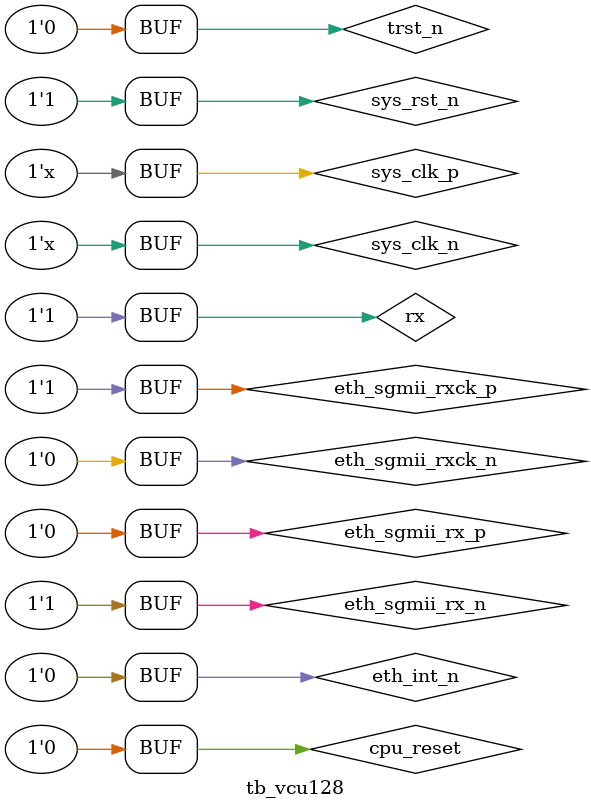
<source format=sv>
`timescale  1 ns / 1 ps

module tb_vcu128;
   logic sys_clk_p, sys_clk_n;
   logic sys_rst_n;
   logic trst_n;
   logic [7:0] led;

   logic cpu_reset;
   
   logic [16:0] c0_ddr4_adr;
   logic [1:0]  c0_ddr4_ba;
   logic [0:0]  c0_ddr4_cke;
   logic [1:0]  c0_ddr4_cs_n;
   wire  [8:0]  c0_ddr4_dm_dbi_n;
   wire  [71:0] c0_ddr4_dq;
   wire  [8:0]  c0_ddr4_dqs_c;
   wire  [8:0]  c0_ddr4_dqs_t;
   logic [0:0]  c0_ddr4_odt;
   logic [0:0]  c0_ddr4_bg;
   logic        c0_ddr4_reset_n;
   logic        c0_ddr4_act_n;
   logic [0:0]  c0_ddr4_ck_c;
   logic [0:0]  c0_ddr4_ck_t;

   logic eth_rst_n;
   logic eth_sgmii_rxck_p;
   logic eth_sgmii_rxck_n;
   logic eth_sgmii_rx_p;
   logic eth_sgmii_rx_n;
   logic eth_int_n;
   logic eth_sgmii_tx_p;
   logic eth_sgmii_tx_n;
   wire  eth_mdio;
   logic eth_mdc;

   logic spi_mosi;
   logic spi_miso;
   logic spi_ss;
   logic spi_clk_o;

   logic tck;
   logic tms;
   logic tdi;
   logic tdo;
   logic rx;
   logic tx;
   
   ariane_xilinx i_ariane_xilinx (.sys_clk_p, .sys_clk_n, .sys_rst_n, .trst_n, .led, .cpu_reset,
                                  .c0_ddr4_adr, .c0_ddr4_ba, .c0_ddr4_cke, .c0_ddr4_cs_n, .c0_ddr4_dm_dbi_n,
                                  .c0_ddr4_dq, .c0_ddr4_dqs_c, .c0_ddr4_dqs_t, .c0_ddr4_odt, .c0_ddr4_bg, .c0_ddr4_reset_n,
                                  .c0_ddr4_act_n, .c0_ddr4_ck_c, .c0_ddr4_ck_t,
                                  .eth_rst_n, .eth_sgmii_rxck_p, .eth_sgmii_rxck_n, .eth_sgmii_rx_p, .eth_sgmii_rx_n,
                                  .eth_int_n, .eth_sgmii_tx_p, .eth_sgmii_tx_n, .eth_mdio, .eth_mdc,
                                  .spi_mosi, .spi_miso, .spi_ss, .spi_clk_o,
                                  .tck, .tms, .tdi, .tdo, .rx, .tx
                                  
                                  );
   
   always #5 sys_clk_p =~ sys_clk_p;

   assign sys_clk_n = ~sys_clk_p;

   initial begin
      sys_clk_p <= 1;

      eth_sgmii_rxck_p <= 1; eth_sgmii_rxck_n <= 0;

      eth_sgmii_rx_p <= 0; eth_sgmii_rx_n <= 1;

      eth_int_n <= 0;

      rx <= 1;

      {sys_rst_n, trst_n} <= 0;
      cpu_reset <= 0;

      #200 sys_rst_n <= 1;

      //#1000 cpu_reset <= 0;

      //#5000 cpu_reset <= 1;

      //#1000 cpu_reset <= 0;

      #2000 sys_rst_n <= 0;
      #200  sys_rst_n <= 1;

      // #6000 sys_rst_n <= 0;
      // #2000 sys_rst_n <= 1;

      #6000 cpu_reset <= 1;
      #2000 cpu_reset <= 0;

      //#50000 $finish;
   end

endmodule // tb_vcu128_top

</source>
